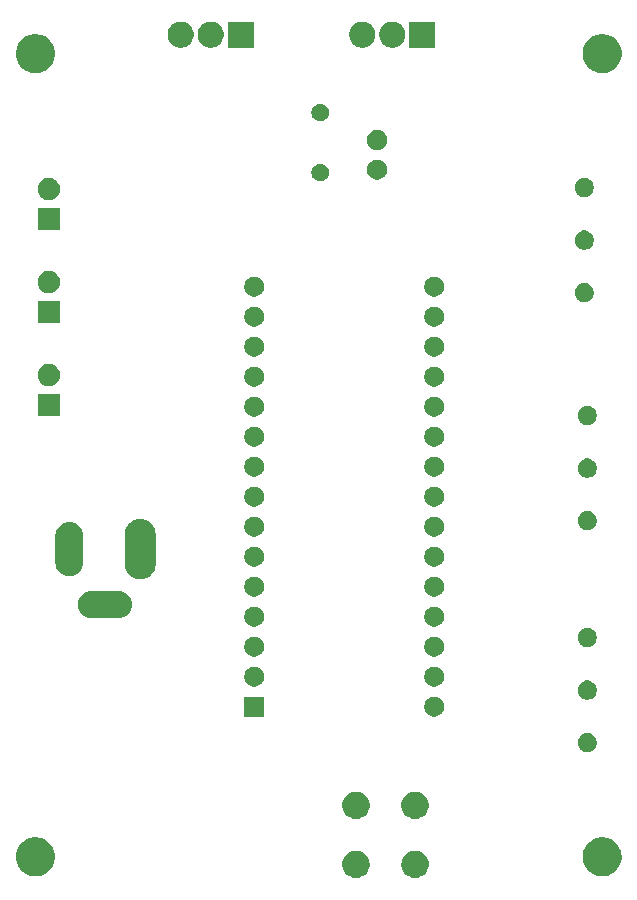
<source format=gbr>
G04 #@! TF.GenerationSoftware,KiCad,Pcbnew,(5.1.5)-3*
G04 #@! TF.CreationDate,2020-02-29T11:13:48-05:00*
G04 #@! TF.ProjectId,LED Control,4c454420-436f-46e7-9472-6f6c2e6b6963,rev?*
G04 #@! TF.SameCoordinates,Original*
G04 #@! TF.FileFunction,Soldermask,Bot*
G04 #@! TF.FilePolarity,Negative*
%FSLAX46Y46*%
G04 Gerber Fmt 4.6, Leading zero omitted, Abs format (unit mm)*
G04 Created by KiCad (PCBNEW (5.1.5)-3) date 2020-02-29 11:13:48*
%MOMM*%
%LPD*%
G04 APERTURE LIST*
%ADD10C,0.100000*%
G04 APERTURE END LIST*
D10*
G36*
X143377049Y-133514616D02*
G01*
X143488234Y-133536732D01*
X143697703Y-133623497D01*
X143886220Y-133749460D01*
X144046540Y-133909780D01*
X144172503Y-134098297D01*
X144172504Y-134098299D01*
X144259268Y-134307767D01*
X144293842Y-134481579D01*
X144303500Y-134530136D01*
X144303500Y-134756864D01*
X144259268Y-134979234D01*
X144172503Y-135188703D01*
X144046540Y-135377220D01*
X143886220Y-135537540D01*
X143697703Y-135663503D01*
X143488234Y-135750268D01*
X143377049Y-135772384D01*
X143265865Y-135794500D01*
X143039135Y-135794500D01*
X142927951Y-135772384D01*
X142816766Y-135750268D01*
X142607297Y-135663503D01*
X142418780Y-135537540D01*
X142258460Y-135377220D01*
X142132497Y-135188703D01*
X142045732Y-134979234D01*
X142001500Y-134756864D01*
X142001500Y-134530136D01*
X142011159Y-134481579D01*
X142045732Y-134307767D01*
X142132496Y-134098299D01*
X142132497Y-134098297D01*
X142258460Y-133909780D01*
X142418780Y-133749460D01*
X142607297Y-133623497D01*
X142816766Y-133536732D01*
X142927951Y-133514616D01*
X143039135Y-133492500D01*
X143265865Y-133492500D01*
X143377049Y-133514616D01*
G37*
G36*
X138377049Y-133514616D02*
G01*
X138488234Y-133536732D01*
X138697703Y-133623497D01*
X138886220Y-133749460D01*
X139046540Y-133909780D01*
X139172503Y-134098297D01*
X139172504Y-134098299D01*
X139259268Y-134307767D01*
X139293842Y-134481579D01*
X139303500Y-134530136D01*
X139303500Y-134756864D01*
X139259268Y-134979234D01*
X139172503Y-135188703D01*
X139046540Y-135377220D01*
X138886220Y-135537540D01*
X138697703Y-135663503D01*
X138488234Y-135750268D01*
X138377049Y-135772384D01*
X138265865Y-135794500D01*
X138039135Y-135794500D01*
X137927951Y-135772384D01*
X137816766Y-135750268D01*
X137607297Y-135663503D01*
X137418780Y-135537540D01*
X137258460Y-135377220D01*
X137132497Y-135188703D01*
X137045732Y-134979234D01*
X137001500Y-134756864D01*
X137001500Y-134530136D01*
X137011159Y-134481579D01*
X137045732Y-134307767D01*
X137132496Y-134098299D01*
X137132497Y-134098297D01*
X137258460Y-133909780D01*
X137418780Y-133749460D01*
X137607297Y-133623497D01*
X137816766Y-133536732D01*
X137927951Y-133514616D01*
X138039135Y-133492500D01*
X138265865Y-133492500D01*
X138377049Y-133514616D01*
G37*
G36*
X159375256Y-132391298D02*
G01*
X159481579Y-132412447D01*
X159782042Y-132536903D01*
X160052451Y-132717585D01*
X160282415Y-132947549D01*
X160282416Y-132947551D01*
X160463098Y-133217960D01*
X160587553Y-133518422D01*
X160633510Y-133749460D01*
X160651000Y-133837391D01*
X160651000Y-134162609D01*
X160587553Y-134481579D01*
X160463097Y-134782042D01*
X160282415Y-135052451D01*
X160052451Y-135282415D01*
X159782042Y-135463097D01*
X159481579Y-135587553D01*
X159375256Y-135608702D01*
X159162611Y-135651000D01*
X158837389Y-135651000D01*
X158624744Y-135608702D01*
X158518421Y-135587553D01*
X158217958Y-135463097D01*
X157947549Y-135282415D01*
X157717585Y-135052451D01*
X157536903Y-134782042D01*
X157412447Y-134481579D01*
X157349000Y-134162609D01*
X157349000Y-133837391D01*
X157366491Y-133749460D01*
X157412447Y-133518422D01*
X157536902Y-133217960D01*
X157717584Y-132947551D01*
X157717585Y-132947549D01*
X157947549Y-132717585D01*
X158217958Y-132536903D01*
X158518421Y-132412447D01*
X158624744Y-132391298D01*
X158837389Y-132349000D01*
X159162611Y-132349000D01*
X159375256Y-132391298D01*
G37*
G36*
X111375256Y-132391298D02*
G01*
X111481579Y-132412447D01*
X111782042Y-132536903D01*
X112052451Y-132717585D01*
X112282415Y-132947549D01*
X112282416Y-132947551D01*
X112463098Y-133217960D01*
X112587553Y-133518422D01*
X112633510Y-133749460D01*
X112651000Y-133837391D01*
X112651000Y-134162609D01*
X112587553Y-134481579D01*
X112463097Y-134782042D01*
X112282415Y-135052451D01*
X112052451Y-135282415D01*
X111782042Y-135463097D01*
X111481579Y-135587553D01*
X111375256Y-135608702D01*
X111162611Y-135651000D01*
X110837389Y-135651000D01*
X110624744Y-135608702D01*
X110518421Y-135587553D01*
X110217958Y-135463097D01*
X109947549Y-135282415D01*
X109717585Y-135052451D01*
X109536903Y-134782042D01*
X109412447Y-134481579D01*
X109349000Y-134162609D01*
X109349000Y-133837391D01*
X109366491Y-133749460D01*
X109412447Y-133518422D01*
X109536902Y-133217960D01*
X109717584Y-132947551D01*
X109717585Y-132947549D01*
X109947549Y-132717585D01*
X110217958Y-132536903D01*
X110518421Y-132412447D01*
X110624744Y-132391298D01*
X110837389Y-132349000D01*
X111162611Y-132349000D01*
X111375256Y-132391298D01*
G37*
G36*
X143377049Y-128514616D02*
G01*
X143488234Y-128536732D01*
X143697703Y-128623497D01*
X143886220Y-128749460D01*
X144046540Y-128909780D01*
X144172503Y-129098297D01*
X144259268Y-129307766D01*
X144303500Y-129530136D01*
X144303500Y-129756864D01*
X144259268Y-129979234D01*
X144172503Y-130188703D01*
X144046540Y-130377220D01*
X143886220Y-130537540D01*
X143697703Y-130663503D01*
X143488234Y-130750268D01*
X143377049Y-130772384D01*
X143265865Y-130794500D01*
X143039135Y-130794500D01*
X142927951Y-130772384D01*
X142816766Y-130750268D01*
X142607297Y-130663503D01*
X142418780Y-130537540D01*
X142258460Y-130377220D01*
X142132497Y-130188703D01*
X142045732Y-129979234D01*
X142001500Y-129756864D01*
X142001500Y-129530136D01*
X142045732Y-129307766D01*
X142132497Y-129098297D01*
X142258460Y-128909780D01*
X142418780Y-128749460D01*
X142607297Y-128623497D01*
X142816766Y-128536732D01*
X142927951Y-128514616D01*
X143039135Y-128492500D01*
X143265865Y-128492500D01*
X143377049Y-128514616D01*
G37*
G36*
X138377049Y-128514616D02*
G01*
X138488234Y-128536732D01*
X138697703Y-128623497D01*
X138886220Y-128749460D01*
X139046540Y-128909780D01*
X139172503Y-129098297D01*
X139259268Y-129307766D01*
X139303500Y-129530136D01*
X139303500Y-129756864D01*
X139259268Y-129979234D01*
X139172503Y-130188703D01*
X139046540Y-130377220D01*
X138886220Y-130537540D01*
X138697703Y-130663503D01*
X138488234Y-130750268D01*
X138377049Y-130772384D01*
X138265865Y-130794500D01*
X138039135Y-130794500D01*
X137927951Y-130772384D01*
X137816766Y-130750268D01*
X137607297Y-130663503D01*
X137418780Y-130537540D01*
X137258460Y-130377220D01*
X137132497Y-130188703D01*
X137045732Y-129979234D01*
X137001500Y-129756864D01*
X137001500Y-129530136D01*
X137045732Y-129307766D01*
X137132497Y-129098297D01*
X137258460Y-128909780D01*
X137418780Y-128749460D01*
X137607297Y-128623497D01*
X137816766Y-128536732D01*
X137927951Y-128514616D01*
X138039135Y-128492500D01*
X138265865Y-128492500D01*
X138377049Y-128514616D01*
G37*
G36*
X157971142Y-123556242D02*
G01*
X158119101Y-123617529D01*
X158252255Y-123706499D01*
X158365501Y-123819745D01*
X158454471Y-123952899D01*
X158515758Y-124100858D01*
X158547000Y-124257925D01*
X158547000Y-124418075D01*
X158515758Y-124575142D01*
X158454471Y-124723101D01*
X158365501Y-124856255D01*
X158252255Y-124969501D01*
X158119101Y-125058471D01*
X157971142Y-125119758D01*
X157814075Y-125151000D01*
X157653925Y-125151000D01*
X157496858Y-125119758D01*
X157348899Y-125058471D01*
X157215745Y-124969501D01*
X157102499Y-124856255D01*
X157013529Y-124723101D01*
X156952242Y-124575142D01*
X156921000Y-124418075D01*
X156921000Y-124257925D01*
X156952242Y-124100858D01*
X157013529Y-123952899D01*
X157102499Y-123819745D01*
X157215745Y-123706499D01*
X157348899Y-123617529D01*
X157496858Y-123556242D01*
X157653925Y-123525000D01*
X157814075Y-123525000D01*
X157971142Y-123556242D01*
G37*
G36*
X145028228Y-120466703D02*
G01*
X145183100Y-120530853D01*
X145322481Y-120623985D01*
X145441015Y-120742519D01*
X145534147Y-120881900D01*
X145598297Y-121036772D01*
X145631000Y-121201184D01*
X145631000Y-121368816D01*
X145598297Y-121533228D01*
X145534147Y-121688100D01*
X145441015Y-121827481D01*
X145322481Y-121946015D01*
X145183100Y-122039147D01*
X145028228Y-122103297D01*
X144863816Y-122136000D01*
X144696184Y-122136000D01*
X144531772Y-122103297D01*
X144376900Y-122039147D01*
X144237519Y-121946015D01*
X144118985Y-121827481D01*
X144025853Y-121688100D01*
X143961703Y-121533228D01*
X143929000Y-121368816D01*
X143929000Y-121201184D01*
X143961703Y-121036772D01*
X144025853Y-120881900D01*
X144118985Y-120742519D01*
X144237519Y-120623985D01*
X144376900Y-120530853D01*
X144531772Y-120466703D01*
X144696184Y-120434000D01*
X144863816Y-120434000D01*
X145028228Y-120466703D01*
G37*
G36*
X130391000Y-122136000D02*
G01*
X128689000Y-122136000D01*
X128689000Y-120434000D01*
X130391000Y-120434000D01*
X130391000Y-122136000D01*
G37*
G36*
X157971142Y-119106242D02*
G01*
X158119101Y-119167529D01*
X158252255Y-119256499D01*
X158365501Y-119369745D01*
X158454471Y-119502899D01*
X158515758Y-119650858D01*
X158547000Y-119807925D01*
X158547000Y-119968075D01*
X158515758Y-120125142D01*
X158454471Y-120273101D01*
X158365501Y-120406255D01*
X158252255Y-120519501D01*
X158119101Y-120608471D01*
X157971142Y-120669758D01*
X157814075Y-120701000D01*
X157653925Y-120701000D01*
X157496858Y-120669758D01*
X157348899Y-120608471D01*
X157215745Y-120519501D01*
X157102499Y-120406255D01*
X157013529Y-120273101D01*
X156952242Y-120125142D01*
X156921000Y-119968075D01*
X156921000Y-119807925D01*
X156952242Y-119650858D01*
X157013529Y-119502899D01*
X157102499Y-119369745D01*
X157215745Y-119256499D01*
X157348899Y-119167529D01*
X157496858Y-119106242D01*
X157653925Y-119075000D01*
X157814075Y-119075000D01*
X157971142Y-119106242D01*
G37*
G36*
X129788228Y-117926703D02*
G01*
X129943100Y-117990853D01*
X130082481Y-118083985D01*
X130201015Y-118202519D01*
X130294147Y-118341900D01*
X130358297Y-118496772D01*
X130391000Y-118661184D01*
X130391000Y-118828816D01*
X130358297Y-118993228D01*
X130294147Y-119148100D01*
X130201015Y-119287481D01*
X130082481Y-119406015D01*
X129943100Y-119499147D01*
X129788228Y-119563297D01*
X129623816Y-119596000D01*
X129456184Y-119596000D01*
X129291772Y-119563297D01*
X129136900Y-119499147D01*
X128997519Y-119406015D01*
X128878985Y-119287481D01*
X128785853Y-119148100D01*
X128721703Y-118993228D01*
X128689000Y-118828816D01*
X128689000Y-118661184D01*
X128721703Y-118496772D01*
X128785853Y-118341900D01*
X128878985Y-118202519D01*
X128997519Y-118083985D01*
X129136900Y-117990853D01*
X129291772Y-117926703D01*
X129456184Y-117894000D01*
X129623816Y-117894000D01*
X129788228Y-117926703D01*
G37*
G36*
X145028228Y-117926703D02*
G01*
X145183100Y-117990853D01*
X145322481Y-118083985D01*
X145441015Y-118202519D01*
X145534147Y-118341900D01*
X145598297Y-118496772D01*
X145631000Y-118661184D01*
X145631000Y-118828816D01*
X145598297Y-118993228D01*
X145534147Y-119148100D01*
X145441015Y-119287481D01*
X145322481Y-119406015D01*
X145183100Y-119499147D01*
X145028228Y-119563297D01*
X144863816Y-119596000D01*
X144696184Y-119596000D01*
X144531772Y-119563297D01*
X144376900Y-119499147D01*
X144237519Y-119406015D01*
X144118985Y-119287481D01*
X144025853Y-119148100D01*
X143961703Y-118993228D01*
X143929000Y-118828816D01*
X143929000Y-118661184D01*
X143961703Y-118496772D01*
X144025853Y-118341900D01*
X144118985Y-118202519D01*
X144237519Y-118083985D01*
X144376900Y-117990853D01*
X144531772Y-117926703D01*
X144696184Y-117894000D01*
X144863816Y-117894000D01*
X145028228Y-117926703D01*
G37*
G36*
X145028228Y-115386703D02*
G01*
X145183100Y-115450853D01*
X145322481Y-115543985D01*
X145441015Y-115662519D01*
X145534147Y-115801900D01*
X145598297Y-115956772D01*
X145631000Y-116121184D01*
X145631000Y-116288816D01*
X145598297Y-116453228D01*
X145534147Y-116608100D01*
X145441015Y-116747481D01*
X145322481Y-116866015D01*
X145183100Y-116959147D01*
X145028228Y-117023297D01*
X144863816Y-117056000D01*
X144696184Y-117056000D01*
X144531772Y-117023297D01*
X144376900Y-116959147D01*
X144237519Y-116866015D01*
X144118985Y-116747481D01*
X144025853Y-116608100D01*
X143961703Y-116453228D01*
X143929000Y-116288816D01*
X143929000Y-116121184D01*
X143961703Y-115956772D01*
X144025853Y-115801900D01*
X144118985Y-115662519D01*
X144237519Y-115543985D01*
X144376900Y-115450853D01*
X144531772Y-115386703D01*
X144696184Y-115354000D01*
X144863816Y-115354000D01*
X145028228Y-115386703D01*
G37*
G36*
X129788228Y-115386703D02*
G01*
X129943100Y-115450853D01*
X130082481Y-115543985D01*
X130201015Y-115662519D01*
X130294147Y-115801900D01*
X130358297Y-115956772D01*
X130391000Y-116121184D01*
X130391000Y-116288816D01*
X130358297Y-116453228D01*
X130294147Y-116608100D01*
X130201015Y-116747481D01*
X130082481Y-116866015D01*
X129943100Y-116959147D01*
X129788228Y-117023297D01*
X129623816Y-117056000D01*
X129456184Y-117056000D01*
X129291772Y-117023297D01*
X129136900Y-116959147D01*
X128997519Y-116866015D01*
X128878985Y-116747481D01*
X128785853Y-116608100D01*
X128721703Y-116453228D01*
X128689000Y-116288816D01*
X128689000Y-116121184D01*
X128721703Y-115956772D01*
X128785853Y-115801900D01*
X128878985Y-115662519D01*
X128997519Y-115543985D01*
X129136900Y-115450853D01*
X129291772Y-115386703D01*
X129456184Y-115354000D01*
X129623816Y-115354000D01*
X129788228Y-115386703D01*
G37*
G36*
X157971142Y-114656242D02*
G01*
X158119101Y-114717529D01*
X158252255Y-114806499D01*
X158365501Y-114919745D01*
X158454471Y-115052899D01*
X158515758Y-115200858D01*
X158547000Y-115357925D01*
X158547000Y-115518075D01*
X158515758Y-115675142D01*
X158454471Y-115823101D01*
X158365501Y-115956255D01*
X158252255Y-116069501D01*
X158119101Y-116158471D01*
X157971142Y-116219758D01*
X157814075Y-116251000D01*
X157653925Y-116251000D01*
X157496858Y-116219758D01*
X157348899Y-116158471D01*
X157215745Y-116069501D01*
X157102499Y-115956255D01*
X157013529Y-115823101D01*
X156952242Y-115675142D01*
X156921000Y-115518075D01*
X156921000Y-115357925D01*
X156952242Y-115200858D01*
X157013529Y-115052899D01*
X157102499Y-114919745D01*
X157215745Y-114806499D01*
X157348899Y-114717529D01*
X157496858Y-114656242D01*
X157653925Y-114625000D01*
X157814075Y-114625000D01*
X157971142Y-114656242D01*
G37*
G36*
X145028228Y-112846703D02*
G01*
X145183100Y-112910853D01*
X145322481Y-113003985D01*
X145441015Y-113122519D01*
X145534147Y-113261900D01*
X145598297Y-113416772D01*
X145631000Y-113581184D01*
X145631000Y-113748816D01*
X145598297Y-113913228D01*
X145534147Y-114068100D01*
X145441015Y-114207481D01*
X145322481Y-114326015D01*
X145183100Y-114419147D01*
X145028228Y-114483297D01*
X144863816Y-114516000D01*
X144696184Y-114516000D01*
X144531772Y-114483297D01*
X144376900Y-114419147D01*
X144237519Y-114326015D01*
X144118985Y-114207481D01*
X144025853Y-114068100D01*
X143961703Y-113913228D01*
X143929000Y-113748816D01*
X143929000Y-113581184D01*
X143961703Y-113416772D01*
X144025853Y-113261900D01*
X144118985Y-113122519D01*
X144237519Y-113003985D01*
X144376900Y-112910853D01*
X144531772Y-112846703D01*
X144696184Y-112814000D01*
X144863816Y-112814000D01*
X145028228Y-112846703D01*
G37*
G36*
X129788228Y-112846703D02*
G01*
X129943100Y-112910853D01*
X130082481Y-113003985D01*
X130201015Y-113122519D01*
X130294147Y-113261900D01*
X130358297Y-113416772D01*
X130391000Y-113581184D01*
X130391000Y-113748816D01*
X130358297Y-113913228D01*
X130294147Y-114068100D01*
X130201015Y-114207481D01*
X130082481Y-114326015D01*
X129943100Y-114419147D01*
X129788228Y-114483297D01*
X129623816Y-114516000D01*
X129456184Y-114516000D01*
X129291772Y-114483297D01*
X129136900Y-114419147D01*
X128997519Y-114326015D01*
X128878985Y-114207481D01*
X128785853Y-114068100D01*
X128721703Y-113913228D01*
X128689000Y-113748816D01*
X128689000Y-113581184D01*
X128721703Y-113416772D01*
X128785853Y-113261900D01*
X128878985Y-113122519D01*
X128997519Y-113003985D01*
X129136900Y-112910853D01*
X129291772Y-112846703D01*
X129456184Y-112814000D01*
X129623816Y-112814000D01*
X129788228Y-112846703D01*
G37*
G36*
X118243536Y-111491016D02*
G01*
X118465213Y-111558261D01*
X118669512Y-111667461D01*
X118848581Y-111814419D01*
X118995539Y-111993488D01*
X119104739Y-112197787D01*
X119171984Y-112419464D01*
X119194690Y-112650000D01*
X119171984Y-112880536D01*
X119104739Y-113102213D01*
X118995539Y-113306512D01*
X118848581Y-113485581D01*
X118669512Y-113632539D01*
X118465213Y-113741739D01*
X118243536Y-113808984D01*
X118070771Y-113826000D01*
X115705229Y-113826000D01*
X115532464Y-113808984D01*
X115310787Y-113741739D01*
X115106488Y-113632539D01*
X114927419Y-113485581D01*
X114780461Y-113306512D01*
X114671261Y-113102213D01*
X114604016Y-112880536D01*
X114581310Y-112650000D01*
X114604016Y-112419464D01*
X114671261Y-112197787D01*
X114780461Y-111993488D01*
X114927419Y-111814419D01*
X115106488Y-111667461D01*
X115310787Y-111558261D01*
X115532464Y-111491016D01*
X115705229Y-111474000D01*
X118070771Y-111474000D01*
X118243536Y-111491016D01*
G37*
G36*
X145028228Y-110306703D02*
G01*
X145183100Y-110370853D01*
X145322481Y-110463985D01*
X145441015Y-110582519D01*
X145534147Y-110721900D01*
X145598297Y-110876772D01*
X145631000Y-111041184D01*
X145631000Y-111208816D01*
X145598297Y-111373228D01*
X145534147Y-111528100D01*
X145441015Y-111667481D01*
X145322481Y-111786015D01*
X145183100Y-111879147D01*
X145028228Y-111943297D01*
X144863816Y-111976000D01*
X144696184Y-111976000D01*
X144531772Y-111943297D01*
X144376900Y-111879147D01*
X144237519Y-111786015D01*
X144118985Y-111667481D01*
X144025853Y-111528100D01*
X143961703Y-111373228D01*
X143929000Y-111208816D01*
X143929000Y-111041184D01*
X143961703Y-110876772D01*
X144025853Y-110721900D01*
X144118985Y-110582519D01*
X144237519Y-110463985D01*
X144376900Y-110370853D01*
X144531772Y-110306703D01*
X144696184Y-110274000D01*
X144863816Y-110274000D01*
X145028228Y-110306703D01*
G37*
G36*
X129788228Y-110306703D02*
G01*
X129943100Y-110370853D01*
X130082481Y-110463985D01*
X130201015Y-110582519D01*
X130294147Y-110721900D01*
X130358297Y-110876772D01*
X130391000Y-111041184D01*
X130391000Y-111208816D01*
X130358297Y-111373228D01*
X130294147Y-111528100D01*
X130201015Y-111667481D01*
X130082481Y-111786015D01*
X129943100Y-111879147D01*
X129788228Y-111943297D01*
X129623816Y-111976000D01*
X129456184Y-111976000D01*
X129291772Y-111943297D01*
X129136900Y-111879147D01*
X128997519Y-111786015D01*
X128878985Y-111667481D01*
X128785853Y-111528100D01*
X128721703Y-111373228D01*
X128689000Y-111208816D01*
X128689000Y-111041184D01*
X128721703Y-110876772D01*
X128785853Y-110721900D01*
X128878985Y-110582519D01*
X128997519Y-110463985D01*
X129136900Y-110370853D01*
X129291772Y-110306703D01*
X129456184Y-110274000D01*
X129623816Y-110274000D01*
X129788228Y-110306703D01*
G37*
G36*
X120143040Y-105417825D02*
G01*
X120388280Y-105492218D01*
X120614294Y-105613025D01*
X120625320Y-105622074D01*
X120812397Y-105775603D01*
X120932624Y-105922101D01*
X120974975Y-105973706D01*
X120974976Y-105973708D01*
X121057883Y-106128815D01*
X121095782Y-106199720D01*
X121170175Y-106444960D01*
X121189000Y-106636095D01*
X121189000Y-109263905D01*
X121170175Y-109455040D01*
X121095782Y-109700280D01*
X120974975Y-109926294D01*
X120812396Y-110124396D01*
X120614293Y-110286975D01*
X120388279Y-110407782D01*
X120143039Y-110482175D01*
X119888000Y-110507294D01*
X119632960Y-110482175D01*
X119387720Y-110407782D01*
X119387718Y-110407781D01*
X119161707Y-110286976D01*
X118963604Y-110124396D01*
X118801026Y-109926294D01*
X118801025Y-109926293D01*
X118680218Y-109700279D01*
X118605825Y-109455039D01*
X118587000Y-109263904D01*
X118587001Y-106636095D01*
X118605826Y-106444960D01*
X118680219Y-106199720D01*
X118718119Y-106128815D01*
X118801025Y-105973708D01*
X118801026Y-105973706D01*
X118843377Y-105922101D01*
X118963604Y-105775603D01*
X119150681Y-105622074D01*
X119161707Y-105613025D01*
X119387721Y-105492218D01*
X119632961Y-105417825D01*
X119888000Y-105392706D01*
X120143040Y-105417825D01*
G37*
G36*
X114118536Y-105666016D02*
G01*
X114340213Y-105733261D01*
X114544512Y-105842461D01*
X114723581Y-105989419D01*
X114870539Y-106168488D01*
X114979739Y-106372787D01*
X115046984Y-106594464D01*
X115064000Y-106767229D01*
X115064000Y-109132771D01*
X115046984Y-109305536D01*
X114979739Y-109527213D01*
X114870539Y-109731512D01*
X114723581Y-109910581D01*
X114544511Y-110057539D01*
X114340212Y-110166739D01*
X114118535Y-110233984D01*
X113888000Y-110256690D01*
X113657464Y-110233984D01*
X113435787Y-110166739D01*
X113231488Y-110057539D01*
X113052419Y-109910581D01*
X112905461Y-109731511D01*
X112796261Y-109527212D01*
X112729016Y-109305535D01*
X112712000Y-109132770D01*
X112712001Y-106767229D01*
X112729017Y-106594464D01*
X112796262Y-106372787D01*
X112905462Y-106168488D01*
X113052420Y-105989419D01*
X113231489Y-105842461D01*
X113435788Y-105733261D01*
X113657465Y-105666016D01*
X113888000Y-105643310D01*
X114118536Y-105666016D01*
G37*
G36*
X145028228Y-107766703D02*
G01*
X145183100Y-107830853D01*
X145322481Y-107923985D01*
X145441015Y-108042519D01*
X145534147Y-108181900D01*
X145598297Y-108336772D01*
X145631000Y-108501184D01*
X145631000Y-108668816D01*
X145598297Y-108833228D01*
X145534147Y-108988100D01*
X145441015Y-109127481D01*
X145322481Y-109246015D01*
X145183100Y-109339147D01*
X145028228Y-109403297D01*
X144863816Y-109436000D01*
X144696184Y-109436000D01*
X144531772Y-109403297D01*
X144376900Y-109339147D01*
X144237519Y-109246015D01*
X144118985Y-109127481D01*
X144025853Y-108988100D01*
X143961703Y-108833228D01*
X143929000Y-108668816D01*
X143929000Y-108501184D01*
X143961703Y-108336772D01*
X144025853Y-108181900D01*
X144118985Y-108042519D01*
X144237519Y-107923985D01*
X144376900Y-107830853D01*
X144531772Y-107766703D01*
X144696184Y-107734000D01*
X144863816Y-107734000D01*
X145028228Y-107766703D01*
G37*
G36*
X129788228Y-107766703D02*
G01*
X129943100Y-107830853D01*
X130082481Y-107923985D01*
X130201015Y-108042519D01*
X130294147Y-108181900D01*
X130358297Y-108336772D01*
X130391000Y-108501184D01*
X130391000Y-108668816D01*
X130358297Y-108833228D01*
X130294147Y-108988100D01*
X130201015Y-109127481D01*
X130082481Y-109246015D01*
X129943100Y-109339147D01*
X129788228Y-109403297D01*
X129623816Y-109436000D01*
X129456184Y-109436000D01*
X129291772Y-109403297D01*
X129136900Y-109339147D01*
X128997519Y-109246015D01*
X128878985Y-109127481D01*
X128785853Y-108988100D01*
X128721703Y-108833228D01*
X128689000Y-108668816D01*
X128689000Y-108501184D01*
X128721703Y-108336772D01*
X128785853Y-108181900D01*
X128878985Y-108042519D01*
X128997519Y-107923985D01*
X129136900Y-107830853D01*
X129291772Y-107766703D01*
X129456184Y-107734000D01*
X129623816Y-107734000D01*
X129788228Y-107766703D01*
G37*
G36*
X129788228Y-105226703D02*
G01*
X129943100Y-105290853D01*
X130082481Y-105383985D01*
X130201015Y-105502519D01*
X130294147Y-105641900D01*
X130358297Y-105796772D01*
X130391000Y-105961184D01*
X130391000Y-106128816D01*
X130358297Y-106293228D01*
X130294147Y-106448100D01*
X130201015Y-106587481D01*
X130082481Y-106706015D01*
X129943100Y-106799147D01*
X129788228Y-106863297D01*
X129623816Y-106896000D01*
X129456184Y-106896000D01*
X129291772Y-106863297D01*
X129136900Y-106799147D01*
X128997519Y-106706015D01*
X128878985Y-106587481D01*
X128785853Y-106448100D01*
X128721703Y-106293228D01*
X128689000Y-106128816D01*
X128689000Y-105961184D01*
X128721703Y-105796772D01*
X128785853Y-105641900D01*
X128878985Y-105502519D01*
X128997519Y-105383985D01*
X129136900Y-105290853D01*
X129291772Y-105226703D01*
X129456184Y-105194000D01*
X129623816Y-105194000D01*
X129788228Y-105226703D01*
G37*
G36*
X145028228Y-105226703D02*
G01*
X145183100Y-105290853D01*
X145322481Y-105383985D01*
X145441015Y-105502519D01*
X145534147Y-105641900D01*
X145598297Y-105796772D01*
X145631000Y-105961184D01*
X145631000Y-106128816D01*
X145598297Y-106293228D01*
X145534147Y-106448100D01*
X145441015Y-106587481D01*
X145322481Y-106706015D01*
X145183100Y-106799147D01*
X145028228Y-106863297D01*
X144863816Y-106896000D01*
X144696184Y-106896000D01*
X144531772Y-106863297D01*
X144376900Y-106799147D01*
X144237519Y-106706015D01*
X144118985Y-106587481D01*
X144025853Y-106448100D01*
X143961703Y-106293228D01*
X143929000Y-106128816D01*
X143929000Y-105961184D01*
X143961703Y-105796772D01*
X144025853Y-105641900D01*
X144118985Y-105502519D01*
X144237519Y-105383985D01*
X144376900Y-105290853D01*
X144531772Y-105226703D01*
X144696184Y-105194000D01*
X144863816Y-105194000D01*
X145028228Y-105226703D01*
G37*
G36*
X157971142Y-104760242D02*
G01*
X158119101Y-104821529D01*
X158252255Y-104910499D01*
X158365501Y-105023745D01*
X158454471Y-105156899D01*
X158515758Y-105304858D01*
X158547000Y-105461925D01*
X158547000Y-105622075D01*
X158515758Y-105779142D01*
X158454471Y-105927101D01*
X158365501Y-106060255D01*
X158252255Y-106173501D01*
X158119101Y-106262471D01*
X157971142Y-106323758D01*
X157814075Y-106355000D01*
X157653925Y-106355000D01*
X157496858Y-106323758D01*
X157348899Y-106262471D01*
X157215745Y-106173501D01*
X157102499Y-106060255D01*
X157013529Y-105927101D01*
X156952242Y-105779142D01*
X156921000Y-105622075D01*
X156921000Y-105461925D01*
X156952242Y-105304858D01*
X157013529Y-105156899D01*
X157102499Y-105023745D01*
X157215745Y-104910499D01*
X157348899Y-104821529D01*
X157496858Y-104760242D01*
X157653925Y-104729000D01*
X157814075Y-104729000D01*
X157971142Y-104760242D01*
G37*
G36*
X145028228Y-102686703D02*
G01*
X145183100Y-102750853D01*
X145322481Y-102843985D01*
X145441015Y-102962519D01*
X145534147Y-103101900D01*
X145598297Y-103256772D01*
X145631000Y-103421184D01*
X145631000Y-103588816D01*
X145598297Y-103753228D01*
X145534147Y-103908100D01*
X145441015Y-104047481D01*
X145322481Y-104166015D01*
X145183100Y-104259147D01*
X145028228Y-104323297D01*
X144863816Y-104356000D01*
X144696184Y-104356000D01*
X144531772Y-104323297D01*
X144376900Y-104259147D01*
X144237519Y-104166015D01*
X144118985Y-104047481D01*
X144025853Y-103908100D01*
X143961703Y-103753228D01*
X143929000Y-103588816D01*
X143929000Y-103421184D01*
X143961703Y-103256772D01*
X144025853Y-103101900D01*
X144118985Y-102962519D01*
X144237519Y-102843985D01*
X144376900Y-102750853D01*
X144531772Y-102686703D01*
X144696184Y-102654000D01*
X144863816Y-102654000D01*
X145028228Y-102686703D01*
G37*
G36*
X129788228Y-102686703D02*
G01*
X129943100Y-102750853D01*
X130082481Y-102843985D01*
X130201015Y-102962519D01*
X130294147Y-103101900D01*
X130358297Y-103256772D01*
X130391000Y-103421184D01*
X130391000Y-103588816D01*
X130358297Y-103753228D01*
X130294147Y-103908100D01*
X130201015Y-104047481D01*
X130082481Y-104166015D01*
X129943100Y-104259147D01*
X129788228Y-104323297D01*
X129623816Y-104356000D01*
X129456184Y-104356000D01*
X129291772Y-104323297D01*
X129136900Y-104259147D01*
X128997519Y-104166015D01*
X128878985Y-104047481D01*
X128785853Y-103908100D01*
X128721703Y-103753228D01*
X128689000Y-103588816D01*
X128689000Y-103421184D01*
X128721703Y-103256772D01*
X128785853Y-103101900D01*
X128878985Y-102962519D01*
X128997519Y-102843985D01*
X129136900Y-102750853D01*
X129291772Y-102686703D01*
X129456184Y-102654000D01*
X129623816Y-102654000D01*
X129788228Y-102686703D01*
G37*
G36*
X157971142Y-100310242D02*
G01*
X158119101Y-100371529D01*
X158252255Y-100460499D01*
X158365501Y-100573745D01*
X158454471Y-100706899D01*
X158515758Y-100854858D01*
X158547000Y-101011925D01*
X158547000Y-101172075D01*
X158515758Y-101329142D01*
X158454471Y-101477101D01*
X158365501Y-101610255D01*
X158252255Y-101723501D01*
X158119101Y-101812471D01*
X157971142Y-101873758D01*
X157814075Y-101905000D01*
X157653925Y-101905000D01*
X157496858Y-101873758D01*
X157348899Y-101812471D01*
X157215745Y-101723501D01*
X157102499Y-101610255D01*
X157013529Y-101477101D01*
X156952242Y-101329142D01*
X156921000Y-101172075D01*
X156921000Y-101011925D01*
X156952242Y-100854858D01*
X157013529Y-100706899D01*
X157102499Y-100573745D01*
X157215745Y-100460499D01*
X157348899Y-100371529D01*
X157496858Y-100310242D01*
X157653925Y-100279000D01*
X157814075Y-100279000D01*
X157971142Y-100310242D01*
G37*
G36*
X129788228Y-100146703D02*
G01*
X129943100Y-100210853D01*
X130082481Y-100303985D01*
X130201015Y-100422519D01*
X130294147Y-100561900D01*
X130358297Y-100716772D01*
X130391000Y-100881184D01*
X130391000Y-101048816D01*
X130358297Y-101213228D01*
X130294147Y-101368100D01*
X130201015Y-101507481D01*
X130082481Y-101626015D01*
X129943100Y-101719147D01*
X129788228Y-101783297D01*
X129623816Y-101816000D01*
X129456184Y-101816000D01*
X129291772Y-101783297D01*
X129136900Y-101719147D01*
X128997519Y-101626015D01*
X128878985Y-101507481D01*
X128785853Y-101368100D01*
X128721703Y-101213228D01*
X128689000Y-101048816D01*
X128689000Y-100881184D01*
X128721703Y-100716772D01*
X128785853Y-100561900D01*
X128878985Y-100422519D01*
X128997519Y-100303985D01*
X129136900Y-100210853D01*
X129291772Y-100146703D01*
X129456184Y-100114000D01*
X129623816Y-100114000D01*
X129788228Y-100146703D01*
G37*
G36*
X145028228Y-100146703D02*
G01*
X145183100Y-100210853D01*
X145322481Y-100303985D01*
X145441015Y-100422519D01*
X145534147Y-100561900D01*
X145598297Y-100716772D01*
X145631000Y-100881184D01*
X145631000Y-101048816D01*
X145598297Y-101213228D01*
X145534147Y-101368100D01*
X145441015Y-101507481D01*
X145322481Y-101626015D01*
X145183100Y-101719147D01*
X145028228Y-101783297D01*
X144863816Y-101816000D01*
X144696184Y-101816000D01*
X144531772Y-101783297D01*
X144376900Y-101719147D01*
X144237519Y-101626015D01*
X144118985Y-101507481D01*
X144025853Y-101368100D01*
X143961703Y-101213228D01*
X143929000Y-101048816D01*
X143929000Y-100881184D01*
X143961703Y-100716772D01*
X144025853Y-100561900D01*
X144118985Y-100422519D01*
X144237519Y-100303985D01*
X144376900Y-100210853D01*
X144531772Y-100146703D01*
X144696184Y-100114000D01*
X144863816Y-100114000D01*
X145028228Y-100146703D01*
G37*
G36*
X145028228Y-97606703D02*
G01*
X145183100Y-97670853D01*
X145322481Y-97763985D01*
X145441015Y-97882519D01*
X145534147Y-98021900D01*
X145598297Y-98176772D01*
X145631000Y-98341184D01*
X145631000Y-98508816D01*
X145598297Y-98673228D01*
X145534147Y-98828100D01*
X145441015Y-98967481D01*
X145322481Y-99086015D01*
X145183100Y-99179147D01*
X145028228Y-99243297D01*
X144863816Y-99276000D01*
X144696184Y-99276000D01*
X144531772Y-99243297D01*
X144376900Y-99179147D01*
X144237519Y-99086015D01*
X144118985Y-98967481D01*
X144025853Y-98828100D01*
X143961703Y-98673228D01*
X143929000Y-98508816D01*
X143929000Y-98341184D01*
X143961703Y-98176772D01*
X144025853Y-98021900D01*
X144118985Y-97882519D01*
X144237519Y-97763985D01*
X144376900Y-97670853D01*
X144531772Y-97606703D01*
X144696184Y-97574000D01*
X144863816Y-97574000D01*
X145028228Y-97606703D01*
G37*
G36*
X129788228Y-97606703D02*
G01*
X129943100Y-97670853D01*
X130082481Y-97763985D01*
X130201015Y-97882519D01*
X130294147Y-98021900D01*
X130358297Y-98176772D01*
X130391000Y-98341184D01*
X130391000Y-98508816D01*
X130358297Y-98673228D01*
X130294147Y-98828100D01*
X130201015Y-98967481D01*
X130082481Y-99086015D01*
X129943100Y-99179147D01*
X129788228Y-99243297D01*
X129623816Y-99276000D01*
X129456184Y-99276000D01*
X129291772Y-99243297D01*
X129136900Y-99179147D01*
X128997519Y-99086015D01*
X128878985Y-98967481D01*
X128785853Y-98828100D01*
X128721703Y-98673228D01*
X128689000Y-98508816D01*
X128689000Y-98341184D01*
X128721703Y-98176772D01*
X128785853Y-98021900D01*
X128878985Y-97882519D01*
X128997519Y-97763985D01*
X129136900Y-97670853D01*
X129291772Y-97606703D01*
X129456184Y-97574000D01*
X129623816Y-97574000D01*
X129788228Y-97606703D01*
G37*
G36*
X157971142Y-95860242D02*
G01*
X158119101Y-95921529D01*
X158252255Y-96010499D01*
X158365501Y-96123745D01*
X158454471Y-96256899D01*
X158515758Y-96404858D01*
X158547000Y-96561925D01*
X158547000Y-96722075D01*
X158515758Y-96879142D01*
X158454471Y-97027101D01*
X158365501Y-97160255D01*
X158252255Y-97273501D01*
X158119101Y-97362471D01*
X157971142Y-97423758D01*
X157814075Y-97455000D01*
X157653925Y-97455000D01*
X157496858Y-97423758D01*
X157348899Y-97362471D01*
X157215745Y-97273501D01*
X157102499Y-97160255D01*
X157013529Y-97027101D01*
X156952242Y-96879142D01*
X156921000Y-96722075D01*
X156921000Y-96561925D01*
X156952242Y-96404858D01*
X157013529Y-96256899D01*
X157102499Y-96123745D01*
X157215745Y-96010499D01*
X157348899Y-95921529D01*
X157496858Y-95860242D01*
X157653925Y-95829000D01*
X157814075Y-95829000D01*
X157971142Y-95860242D01*
G37*
G36*
X145028228Y-95066703D02*
G01*
X145183100Y-95130853D01*
X145322481Y-95223985D01*
X145441015Y-95342519D01*
X145534147Y-95481900D01*
X145598297Y-95636772D01*
X145631000Y-95801184D01*
X145631000Y-95968816D01*
X145598297Y-96133228D01*
X145534147Y-96288100D01*
X145441015Y-96427481D01*
X145322481Y-96546015D01*
X145183100Y-96639147D01*
X145028228Y-96703297D01*
X144863816Y-96736000D01*
X144696184Y-96736000D01*
X144531772Y-96703297D01*
X144376900Y-96639147D01*
X144237519Y-96546015D01*
X144118985Y-96427481D01*
X144025853Y-96288100D01*
X143961703Y-96133228D01*
X143929000Y-95968816D01*
X143929000Y-95801184D01*
X143961703Y-95636772D01*
X144025853Y-95481900D01*
X144118985Y-95342519D01*
X144237519Y-95223985D01*
X144376900Y-95130853D01*
X144531772Y-95066703D01*
X144696184Y-95034000D01*
X144863816Y-95034000D01*
X145028228Y-95066703D01*
G37*
G36*
X129788228Y-95066703D02*
G01*
X129943100Y-95130853D01*
X130082481Y-95223985D01*
X130201015Y-95342519D01*
X130294147Y-95481900D01*
X130358297Y-95636772D01*
X130391000Y-95801184D01*
X130391000Y-95968816D01*
X130358297Y-96133228D01*
X130294147Y-96288100D01*
X130201015Y-96427481D01*
X130082481Y-96546015D01*
X129943100Y-96639147D01*
X129788228Y-96703297D01*
X129623816Y-96736000D01*
X129456184Y-96736000D01*
X129291772Y-96703297D01*
X129136900Y-96639147D01*
X128997519Y-96546015D01*
X128878985Y-96427481D01*
X128785853Y-96288100D01*
X128721703Y-96133228D01*
X128689000Y-95968816D01*
X128689000Y-95801184D01*
X128721703Y-95636772D01*
X128785853Y-95481900D01*
X128878985Y-95342519D01*
X128997519Y-95223985D01*
X129136900Y-95130853D01*
X129291772Y-95066703D01*
X129456184Y-95034000D01*
X129623816Y-95034000D01*
X129788228Y-95066703D01*
G37*
G36*
X113092000Y-96709000D02*
G01*
X111190000Y-96709000D01*
X111190000Y-94807000D01*
X113092000Y-94807000D01*
X113092000Y-96709000D01*
G37*
G36*
X145028228Y-92526703D02*
G01*
X145183100Y-92590853D01*
X145322481Y-92683985D01*
X145441015Y-92802519D01*
X145534147Y-92941900D01*
X145598297Y-93096772D01*
X145631000Y-93261184D01*
X145631000Y-93428816D01*
X145598297Y-93593228D01*
X145534147Y-93748100D01*
X145441015Y-93887481D01*
X145322481Y-94006015D01*
X145183100Y-94099147D01*
X145028228Y-94163297D01*
X144863816Y-94196000D01*
X144696184Y-94196000D01*
X144531772Y-94163297D01*
X144376900Y-94099147D01*
X144237519Y-94006015D01*
X144118985Y-93887481D01*
X144025853Y-93748100D01*
X143961703Y-93593228D01*
X143929000Y-93428816D01*
X143929000Y-93261184D01*
X143961703Y-93096772D01*
X144025853Y-92941900D01*
X144118985Y-92802519D01*
X144237519Y-92683985D01*
X144376900Y-92590853D01*
X144531772Y-92526703D01*
X144696184Y-92494000D01*
X144863816Y-92494000D01*
X145028228Y-92526703D01*
G37*
G36*
X129788228Y-92526703D02*
G01*
X129943100Y-92590853D01*
X130082481Y-92683985D01*
X130201015Y-92802519D01*
X130294147Y-92941900D01*
X130358297Y-93096772D01*
X130391000Y-93261184D01*
X130391000Y-93428816D01*
X130358297Y-93593228D01*
X130294147Y-93748100D01*
X130201015Y-93887481D01*
X130082481Y-94006015D01*
X129943100Y-94099147D01*
X129788228Y-94163297D01*
X129623816Y-94196000D01*
X129456184Y-94196000D01*
X129291772Y-94163297D01*
X129136900Y-94099147D01*
X128997519Y-94006015D01*
X128878985Y-93887481D01*
X128785853Y-93748100D01*
X128721703Y-93593228D01*
X128689000Y-93428816D01*
X128689000Y-93261184D01*
X128721703Y-93096772D01*
X128785853Y-92941900D01*
X128878985Y-92802519D01*
X128997519Y-92683985D01*
X129136900Y-92590853D01*
X129291772Y-92526703D01*
X129456184Y-92494000D01*
X129623816Y-92494000D01*
X129788228Y-92526703D01*
G37*
G36*
X112418395Y-92303546D02*
G01*
X112591466Y-92375234D01*
X112591467Y-92375235D01*
X112747227Y-92479310D01*
X112879690Y-92611773D01*
X112879691Y-92611775D01*
X112983766Y-92767534D01*
X113055454Y-92940605D01*
X113092000Y-93124333D01*
X113092000Y-93311667D01*
X113055454Y-93495395D01*
X112983766Y-93668466D01*
X112983765Y-93668467D01*
X112879690Y-93824227D01*
X112747227Y-93956690D01*
X112673407Y-94006015D01*
X112591466Y-94060766D01*
X112418395Y-94132454D01*
X112234667Y-94169000D01*
X112047333Y-94169000D01*
X111863605Y-94132454D01*
X111690534Y-94060766D01*
X111608593Y-94006015D01*
X111534773Y-93956690D01*
X111402310Y-93824227D01*
X111298235Y-93668467D01*
X111298234Y-93668466D01*
X111226546Y-93495395D01*
X111190000Y-93311667D01*
X111190000Y-93124333D01*
X111226546Y-92940605D01*
X111298234Y-92767534D01*
X111402309Y-92611775D01*
X111402310Y-92611773D01*
X111534773Y-92479310D01*
X111690533Y-92375235D01*
X111690534Y-92375234D01*
X111863605Y-92303546D01*
X112047333Y-92267000D01*
X112234667Y-92267000D01*
X112418395Y-92303546D01*
G37*
G36*
X129788228Y-89986703D02*
G01*
X129943100Y-90050853D01*
X130082481Y-90143985D01*
X130201015Y-90262519D01*
X130294147Y-90401900D01*
X130358297Y-90556772D01*
X130391000Y-90721184D01*
X130391000Y-90888816D01*
X130358297Y-91053228D01*
X130294147Y-91208100D01*
X130201015Y-91347481D01*
X130082481Y-91466015D01*
X129943100Y-91559147D01*
X129788228Y-91623297D01*
X129623816Y-91656000D01*
X129456184Y-91656000D01*
X129291772Y-91623297D01*
X129136900Y-91559147D01*
X128997519Y-91466015D01*
X128878985Y-91347481D01*
X128785853Y-91208100D01*
X128721703Y-91053228D01*
X128689000Y-90888816D01*
X128689000Y-90721184D01*
X128721703Y-90556772D01*
X128785853Y-90401900D01*
X128878985Y-90262519D01*
X128997519Y-90143985D01*
X129136900Y-90050853D01*
X129291772Y-89986703D01*
X129456184Y-89954000D01*
X129623816Y-89954000D01*
X129788228Y-89986703D01*
G37*
G36*
X145028228Y-89986703D02*
G01*
X145183100Y-90050853D01*
X145322481Y-90143985D01*
X145441015Y-90262519D01*
X145534147Y-90401900D01*
X145598297Y-90556772D01*
X145631000Y-90721184D01*
X145631000Y-90888816D01*
X145598297Y-91053228D01*
X145534147Y-91208100D01*
X145441015Y-91347481D01*
X145322481Y-91466015D01*
X145183100Y-91559147D01*
X145028228Y-91623297D01*
X144863816Y-91656000D01*
X144696184Y-91656000D01*
X144531772Y-91623297D01*
X144376900Y-91559147D01*
X144237519Y-91466015D01*
X144118985Y-91347481D01*
X144025853Y-91208100D01*
X143961703Y-91053228D01*
X143929000Y-90888816D01*
X143929000Y-90721184D01*
X143961703Y-90556772D01*
X144025853Y-90401900D01*
X144118985Y-90262519D01*
X144237519Y-90143985D01*
X144376900Y-90050853D01*
X144531772Y-89986703D01*
X144696184Y-89954000D01*
X144863816Y-89954000D01*
X145028228Y-89986703D01*
G37*
G36*
X145028228Y-87446703D02*
G01*
X145183100Y-87510853D01*
X145322481Y-87603985D01*
X145441015Y-87722519D01*
X145534147Y-87861900D01*
X145598297Y-88016772D01*
X145631000Y-88181184D01*
X145631000Y-88348816D01*
X145598297Y-88513228D01*
X145534147Y-88668100D01*
X145441015Y-88807481D01*
X145322481Y-88926015D01*
X145183100Y-89019147D01*
X145028228Y-89083297D01*
X144863816Y-89116000D01*
X144696184Y-89116000D01*
X144531772Y-89083297D01*
X144376900Y-89019147D01*
X144237519Y-88926015D01*
X144118985Y-88807481D01*
X144025853Y-88668100D01*
X143961703Y-88513228D01*
X143929000Y-88348816D01*
X143929000Y-88181184D01*
X143961703Y-88016772D01*
X144025853Y-87861900D01*
X144118985Y-87722519D01*
X144237519Y-87603985D01*
X144376900Y-87510853D01*
X144531772Y-87446703D01*
X144696184Y-87414000D01*
X144863816Y-87414000D01*
X145028228Y-87446703D01*
G37*
G36*
X129788228Y-87446703D02*
G01*
X129943100Y-87510853D01*
X130082481Y-87603985D01*
X130201015Y-87722519D01*
X130294147Y-87861900D01*
X130358297Y-88016772D01*
X130391000Y-88181184D01*
X130391000Y-88348816D01*
X130358297Y-88513228D01*
X130294147Y-88668100D01*
X130201015Y-88807481D01*
X130082481Y-88926015D01*
X129943100Y-89019147D01*
X129788228Y-89083297D01*
X129623816Y-89116000D01*
X129456184Y-89116000D01*
X129291772Y-89083297D01*
X129136900Y-89019147D01*
X128997519Y-88926015D01*
X128878985Y-88807481D01*
X128785853Y-88668100D01*
X128721703Y-88513228D01*
X128689000Y-88348816D01*
X128689000Y-88181184D01*
X128721703Y-88016772D01*
X128785853Y-87861900D01*
X128878985Y-87722519D01*
X128997519Y-87603985D01*
X129136900Y-87510853D01*
X129291772Y-87446703D01*
X129456184Y-87414000D01*
X129623816Y-87414000D01*
X129788228Y-87446703D01*
G37*
G36*
X113092000Y-88835000D02*
G01*
X111190000Y-88835000D01*
X111190000Y-86933000D01*
X113092000Y-86933000D01*
X113092000Y-88835000D01*
G37*
G36*
X157717142Y-85456242D02*
G01*
X157865101Y-85517529D01*
X157998255Y-85606499D01*
X158111501Y-85719745D01*
X158200471Y-85852899D01*
X158261758Y-86000858D01*
X158293000Y-86157925D01*
X158293000Y-86318075D01*
X158261758Y-86475142D01*
X158200471Y-86623101D01*
X158111501Y-86756255D01*
X157998255Y-86869501D01*
X157865101Y-86958471D01*
X157717142Y-87019758D01*
X157560075Y-87051000D01*
X157399925Y-87051000D01*
X157242858Y-87019758D01*
X157094899Y-86958471D01*
X156961745Y-86869501D01*
X156848499Y-86756255D01*
X156759529Y-86623101D01*
X156698242Y-86475142D01*
X156667000Y-86318075D01*
X156667000Y-86157925D01*
X156698242Y-86000858D01*
X156759529Y-85852899D01*
X156848499Y-85719745D01*
X156961745Y-85606499D01*
X157094899Y-85517529D01*
X157242858Y-85456242D01*
X157399925Y-85425000D01*
X157560075Y-85425000D01*
X157717142Y-85456242D01*
G37*
G36*
X145028228Y-84906703D02*
G01*
X145183100Y-84970853D01*
X145322481Y-85063985D01*
X145441015Y-85182519D01*
X145534147Y-85321900D01*
X145598297Y-85476772D01*
X145631000Y-85641184D01*
X145631000Y-85808816D01*
X145598297Y-85973228D01*
X145534147Y-86128100D01*
X145441015Y-86267481D01*
X145322481Y-86386015D01*
X145183100Y-86479147D01*
X145028228Y-86543297D01*
X144863816Y-86576000D01*
X144696184Y-86576000D01*
X144531772Y-86543297D01*
X144376900Y-86479147D01*
X144237519Y-86386015D01*
X144118985Y-86267481D01*
X144025853Y-86128100D01*
X143961703Y-85973228D01*
X143929000Y-85808816D01*
X143929000Y-85641184D01*
X143961703Y-85476772D01*
X144025853Y-85321900D01*
X144118985Y-85182519D01*
X144237519Y-85063985D01*
X144376900Y-84970853D01*
X144531772Y-84906703D01*
X144696184Y-84874000D01*
X144863816Y-84874000D01*
X145028228Y-84906703D01*
G37*
G36*
X129788228Y-84906703D02*
G01*
X129943100Y-84970853D01*
X130082481Y-85063985D01*
X130201015Y-85182519D01*
X130294147Y-85321900D01*
X130358297Y-85476772D01*
X130391000Y-85641184D01*
X130391000Y-85808816D01*
X130358297Y-85973228D01*
X130294147Y-86128100D01*
X130201015Y-86267481D01*
X130082481Y-86386015D01*
X129943100Y-86479147D01*
X129788228Y-86543297D01*
X129623816Y-86576000D01*
X129456184Y-86576000D01*
X129291772Y-86543297D01*
X129136900Y-86479147D01*
X128997519Y-86386015D01*
X128878985Y-86267481D01*
X128785853Y-86128100D01*
X128721703Y-85973228D01*
X128689000Y-85808816D01*
X128689000Y-85641184D01*
X128721703Y-85476772D01*
X128785853Y-85321900D01*
X128878985Y-85182519D01*
X128997519Y-85063985D01*
X129136900Y-84970853D01*
X129291772Y-84906703D01*
X129456184Y-84874000D01*
X129623816Y-84874000D01*
X129788228Y-84906703D01*
G37*
G36*
X112418395Y-84429546D02*
G01*
X112591466Y-84501234D01*
X112591467Y-84501235D01*
X112747227Y-84605310D01*
X112879690Y-84737773D01*
X112879691Y-84737775D01*
X112983766Y-84893534D01*
X113055454Y-85066605D01*
X113092000Y-85250333D01*
X113092000Y-85437667D01*
X113055454Y-85621395D01*
X112983766Y-85794466D01*
X112944722Y-85852899D01*
X112879690Y-85950227D01*
X112747227Y-86082690D01*
X112679270Y-86128097D01*
X112591466Y-86186766D01*
X112418395Y-86258454D01*
X112234667Y-86295000D01*
X112047333Y-86295000D01*
X111863605Y-86258454D01*
X111690534Y-86186766D01*
X111602730Y-86128097D01*
X111534773Y-86082690D01*
X111402310Y-85950227D01*
X111337278Y-85852899D01*
X111298234Y-85794466D01*
X111226546Y-85621395D01*
X111190000Y-85437667D01*
X111190000Y-85250333D01*
X111226546Y-85066605D01*
X111298234Y-84893534D01*
X111402309Y-84737775D01*
X111402310Y-84737773D01*
X111534773Y-84605310D01*
X111690533Y-84501235D01*
X111690534Y-84501234D01*
X111863605Y-84429546D01*
X112047333Y-84393000D01*
X112234667Y-84393000D01*
X112418395Y-84429546D01*
G37*
G36*
X157717142Y-81006242D02*
G01*
X157865101Y-81067529D01*
X157998255Y-81156499D01*
X158111501Y-81269745D01*
X158200471Y-81402899D01*
X158261758Y-81550858D01*
X158293000Y-81707925D01*
X158293000Y-81868075D01*
X158261758Y-82025142D01*
X158200471Y-82173101D01*
X158111501Y-82306255D01*
X157998255Y-82419501D01*
X157865101Y-82508471D01*
X157717142Y-82569758D01*
X157560075Y-82601000D01*
X157399925Y-82601000D01*
X157242858Y-82569758D01*
X157094899Y-82508471D01*
X156961745Y-82419501D01*
X156848499Y-82306255D01*
X156759529Y-82173101D01*
X156698242Y-82025142D01*
X156667000Y-81868075D01*
X156667000Y-81707925D01*
X156698242Y-81550858D01*
X156759529Y-81402899D01*
X156848499Y-81269745D01*
X156961745Y-81156499D01*
X157094899Y-81067529D01*
X157242858Y-81006242D01*
X157399925Y-80975000D01*
X157560075Y-80975000D01*
X157717142Y-81006242D01*
G37*
G36*
X113092000Y-80961000D02*
G01*
X111190000Y-80961000D01*
X111190000Y-79059000D01*
X113092000Y-79059000D01*
X113092000Y-80961000D01*
G37*
G36*
X112418395Y-76555546D02*
G01*
X112591466Y-76627234D01*
X112655470Y-76670000D01*
X112747227Y-76731310D01*
X112879690Y-76863773D01*
X112879691Y-76863775D01*
X112983766Y-77019534D01*
X113055454Y-77192605D01*
X113092000Y-77376333D01*
X113092000Y-77563667D01*
X113055454Y-77747395D01*
X112983766Y-77920466D01*
X112983765Y-77920467D01*
X112879690Y-78076227D01*
X112747227Y-78208690D01*
X112668818Y-78261081D01*
X112591466Y-78312766D01*
X112418395Y-78384454D01*
X112234667Y-78421000D01*
X112047333Y-78421000D01*
X111863605Y-78384454D01*
X111690534Y-78312766D01*
X111613182Y-78261081D01*
X111534773Y-78208690D01*
X111402310Y-78076227D01*
X111298235Y-77920467D01*
X111298234Y-77920466D01*
X111226546Y-77747395D01*
X111190000Y-77563667D01*
X111190000Y-77376333D01*
X111226546Y-77192605D01*
X111298234Y-77019534D01*
X111402309Y-76863775D01*
X111402310Y-76863773D01*
X111534773Y-76731310D01*
X111626530Y-76670000D01*
X111690534Y-76627234D01*
X111863605Y-76555546D01*
X112047333Y-76519000D01*
X112234667Y-76519000D01*
X112418395Y-76555546D01*
G37*
G36*
X157717142Y-76556242D02*
G01*
X157865101Y-76617529D01*
X157998255Y-76706499D01*
X158111501Y-76819745D01*
X158200471Y-76952899D01*
X158261758Y-77100858D01*
X158293000Y-77257925D01*
X158293000Y-77418075D01*
X158261758Y-77575142D01*
X158200471Y-77723101D01*
X158111501Y-77856255D01*
X157998255Y-77969501D01*
X157865101Y-78058471D01*
X157717142Y-78119758D01*
X157560075Y-78151000D01*
X157399925Y-78151000D01*
X157242858Y-78119758D01*
X157094899Y-78058471D01*
X156961745Y-77969501D01*
X156848499Y-77856255D01*
X156759529Y-77723101D01*
X156698242Y-77575142D01*
X156667000Y-77418075D01*
X156667000Y-77257925D01*
X156698242Y-77100858D01*
X156759529Y-76952899D01*
X156848499Y-76819745D01*
X156961745Y-76706499D01*
X157094899Y-76617529D01*
X157242858Y-76556242D01*
X157399925Y-76525000D01*
X157560075Y-76525000D01*
X157717142Y-76556242D01*
G37*
G36*
X135347059Y-75350860D02*
G01*
X135483732Y-75407472D01*
X135606735Y-75489660D01*
X135711340Y-75594265D01*
X135711341Y-75594267D01*
X135793529Y-75717270D01*
X135850140Y-75853941D01*
X135879000Y-75999032D01*
X135879000Y-76146968D01*
X135850140Y-76292059D01*
X135793528Y-76428732D01*
X135711340Y-76551735D01*
X135606735Y-76656340D01*
X135483732Y-76738528D01*
X135483731Y-76738529D01*
X135483730Y-76738529D01*
X135347059Y-76795140D01*
X135201968Y-76824000D01*
X135054032Y-76824000D01*
X134908941Y-76795140D01*
X134772270Y-76738529D01*
X134772269Y-76738529D01*
X134772268Y-76738528D01*
X134649265Y-76656340D01*
X134544660Y-76551735D01*
X134462472Y-76428732D01*
X134405860Y-76292059D01*
X134377000Y-76146968D01*
X134377000Y-75999032D01*
X134405860Y-75853941D01*
X134462471Y-75717270D01*
X134544659Y-75594267D01*
X134544660Y-75594265D01*
X134649265Y-75489660D01*
X134772268Y-75407472D01*
X134908941Y-75350860D01*
X135054032Y-75322000D01*
X135201968Y-75322000D01*
X135347059Y-75350860D01*
G37*
G36*
X140188728Y-75000703D02*
G01*
X140343600Y-75064853D01*
X140482981Y-75157985D01*
X140601515Y-75276519D01*
X140694647Y-75415900D01*
X140758797Y-75570772D01*
X140791500Y-75735184D01*
X140791500Y-75902816D01*
X140758797Y-76067228D01*
X140694647Y-76222100D01*
X140601515Y-76361481D01*
X140482981Y-76480015D01*
X140343600Y-76573147D01*
X140188728Y-76637297D01*
X140024316Y-76670000D01*
X139856684Y-76670000D01*
X139692272Y-76637297D01*
X139537400Y-76573147D01*
X139398019Y-76480015D01*
X139279485Y-76361481D01*
X139186353Y-76222100D01*
X139122203Y-76067228D01*
X139089500Y-75902816D01*
X139089500Y-75735184D01*
X139122203Y-75570772D01*
X139186353Y-75415900D01*
X139279485Y-75276519D01*
X139398019Y-75157985D01*
X139537400Y-75064853D01*
X139692272Y-75000703D01*
X139856684Y-74968000D01*
X140024316Y-74968000D01*
X140188728Y-75000703D01*
G37*
G36*
X140188728Y-72500703D02*
G01*
X140343600Y-72564853D01*
X140482981Y-72657985D01*
X140601515Y-72776519D01*
X140694647Y-72915900D01*
X140758797Y-73070772D01*
X140791500Y-73235184D01*
X140791500Y-73402816D01*
X140758797Y-73567228D01*
X140694647Y-73722100D01*
X140601515Y-73861481D01*
X140482981Y-73980015D01*
X140343600Y-74073147D01*
X140188728Y-74137297D01*
X140024316Y-74170000D01*
X139856684Y-74170000D01*
X139692272Y-74137297D01*
X139537400Y-74073147D01*
X139398019Y-73980015D01*
X139279485Y-73861481D01*
X139186353Y-73722100D01*
X139122203Y-73567228D01*
X139089500Y-73402816D01*
X139089500Y-73235184D01*
X139122203Y-73070772D01*
X139186353Y-72915900D01*
X139279485Y-72776519D01*
X139398019Y-72657985D01*
X139537400Y-72564853D01*
X139692272Y-72500703D01*
X139856684Y-72468000D01*
X140024316Y-72468000D01*
X140188728Y-72500703D01*
G37*
G36*
X135347059Y-70270860D02*
G01*
X135483732Y-70327472D01*
X135606735Y-70409660D01*
X135711340Y-70514265D01*
X135793528Y-70637268D01*
X135850140Y-70773941D01*
X135879000Y-70919033D01*
X135879000Y-71066967D01*
X135850140Y-71212059D01*
X135793528Y-71348732D01*
X135711340Y-71471735D01*
X135606735Y-71576340D01*
X135483732Y-71658528D01*
X135483731Y-71658529D01*
X135483730Y-71658529D01*
X135347059Y-71715140D01*
X135201968Y-71744000D01*
X135054032Y-71744000D01*
X134908941Y-71715140D01*
X134772270Y-71658529D01*
X134772269Y-71658529D01*
X134772268Y-71658528D01*
X134649265Y-71576340D01*
X134544660Y-71471735D01*
X134462472Y-71348732D01*
X134405860Y-71212059D01*
X134377000Y-71066967D01*
X134377000Y-70919033D01*
X134405860Y-70773941D01*
X134462472Y-70637268D01*
X134544660Y-70514265D01*
X134649265Y-70409660D01*
X134772268Y-70327472D01*
X134908941Y-70270860D01*
X135054032Y-70242000D01*
X135201968Y-70242000D01*
X135347059Y-70270860D01*
G37*
G36*
X111375256Y-64391298D02*
G01*
X111481579Y-64412447D01*
X111782042Y-64536903D01*
X112052451Y-64717585D01*
X112282415Y-64947549D01*
X112463097Y-65217958D01*
X112587553Y-65518421D01*
X112651000Y-65837391D01*
X112651000Y-66162609D01*
X112587553Y-66481579D01*
X112463097Y-66782042D01*
X112282415Y-67052451D01*
X112052451Y-67282415D01*
X111782042Y-67463097D01*
X111481579Y-67587553D01*
X111375256Y-67608702D01*
X111162611Y-67651000D01*
X110837389Y-67651000D01*
X110624744Y-67608702D01*
X110518421Y-67587553D01*
X110217958Y-67463097D01*
X109947549Y-67282415D01*
X109717585Y-67052451D01*
X109536903Y-66782042D01*
X109412447Y-66481579D01*
X109349000Y-66162609D01*
X109349000Y-65837391D01*
X109412447Y-65518421D01*
X109536903Y-65217958D01*
X109717585Y-64947549D01*
X109947549Y-64717585D01*
X110217958Y-64536903D01*
X110518421Y-64412447D01*
X110624744Y-64391298D01*
X110837389Y-64349000D01*
X111162611Y-64349000D01*
X111375256Y-64391298D01*
G37*
G36*
X159375256Y-64391298D02*
G01*
X159481579Y-64412447D01*
X159782042Y-64536903D01*
X160052451Y-64717585D01*
X160282415Y-64947549D01*
X160463097Y-65217958D01*
X160587553Y-65518421D01*
X160651000Y-65837391D01*
X160651000Y-66162609D01*
X160587553Y-66481579D01*
X160463097Y-66782042D01*
X160282415Y-67052451D01*
X160052451Y-67282415D01*
X159782042Y-67463097D01*
X159481579Y-67587553D01*
X159375256Y-67608702D01*
X159162611Y-67651000D01*
X158837389Y-67651000D01*
X158624744Y-67608702D01*
X158518421Y-67587553D01*
X158217958Y-67463097D01*
X157947549Y-67282415D01*
X157717585Y-67052451D01*
X157536903Y-66782042D01*
X157412447Y-66481579D01*
X157349000Y-66162609D01*
X157349000Y-65837391D01*
X157412447Y-65518421D01*
X157536903Y-65217958D01*
X157717585Y-64947549D01*
X157947549Y-64717585D01*
X158217958Y-64536903D01*
X158518421Y-64412447D01*
X158624744Y-64391298D01*
X158837389Y-64349000D01*
X159162611Y-64349000D01*
X159375256Y-64391298D01*
G37*
G36*
X129498000Y-65490000D02*
G01*
X127296000Y-65490000D01*
X127296000Y-63288000D01*
X129498000Y-63288000D01*
X129498000Y-65490000D01*
G37*
G36*
X126071795Y-63309156D02*
G01*
X126178150Y-63330311D01*
X126378520Y-63413307D01*
X126558844Y-63533795D01*
X126712205Y-63687156D01*
X126832693Y-63867480D01*
X126832693Y-63867481D01*
X126915689Y-64067850D01*
X126958000Y-64280561D01*
X126958000Y-64497439D01*
X126915689Y-64710150D01*
X126912609Y-64717585D01*
X126832693Y-64910520D01*
X126712205Y-65090844D01*
X126558844Y-65244205D01*
X126378520Y-65364693D01*
X126278334Y-65406191D01*
X126178150Y-65447689D01*
X126071794Y-65468845D01*
X125965440Y-65490000D01*
X125748560Y-65490000D01*
X125642206Y-65468845D01*
X125535850Y-65447689D01*
X125435666Y-65406191D01*
X125335480Y-65364693D01*
X125155156Y-65244205D01*
X125001795Y-65090844D01*
X124881307Y-64910520D01*
X124801391Y-64717585D01*
X124798311Y-64710150D01*
X124756000Y-64497439D01*
X124756000Y-64280561D01*
X124798311Y-64067850D01*
X124881307Y-63867481D01*
X124881307Y-63867480D01*
X125001795Y-63687156D01*
X125155156Y-63533795D01*
X125335480Y-63413307D01*
X125535850Y-63330311D01*
X125642205Y-63309156D01*
X125748560Y-63288000D01*
X125965440Y-63288000D01*
X126071795Y-63309156D01*
G37*
G36*
X138898795Y-63309156D02*
G01*
X139005150Y-63330311D01*
X139205520Y-63413307D01*
X139385844Y-63533795D01*
X139539205Y-63687156D01*
X139659693Y-63867480D01*
X139659693Y-63867481D01*
X139742689Y-64067850D01*
X139785000Y-64280561D01*
X139785000Y-64497439D01*
X139742689Y-64710150D01*
X139739609Y-64717585D01*
X139659693Y-64910520D01*
X139539205Y-65090844D01*
X139385844Y-65244205D01*
X139205520Y-65364693D01*
X139105334Y-65406191D01*
X139005150Y-65447689D01*
X138898794Y-65468845D01*
X138792440Y-65490000D01*
X138575560Y-65490000D01*
X138469206Y-65468845D01*
X138362850Y-65447689D01*
X138262666Y-65406191D01*
X138162480Y-65364693D01*
X137982156Y-65244205D01*
X137828795Y-65090844D01*
X137708307Y-64910520D01*
X137628391Y-64717585D01*
X137625311Y-64710150D01*
X137583000Y-64497439D01*
X137583000Y-64280561D01*
X137625311Y-64067850D01*
X137708307Y-63867481D01*
X137708307Y-63867480D01*
X137828795Y-63687156D01*
X137982156Y-63533795D01*
X138162480Y-63413307D01*
X138362850Y-63330311D01*
X138469205Y-63309156D01*
X138575560Y-63288000D01*
X138792440Y-63288000D01*
X138898795Y-63309156D01*
G37*
G36*
X123531795Y-63309156D02*
G01*
X123638150Y-63330311D01*
X123838520Y-63413307D01*
X124018844Y-63533795D01*
X124172205Y-63687156D01*
X124292693Y-63867480D01*
X124292693Y-63867481D01*
X124375689Y-64067850D01*
X124418000Y-64280561D01*
X124418000Y-64497439D01*
X124375689Y-64710150D01*
X124372609Y-64717585D01*
X124292693Y-64910520D01*
X124172205Y-65090844D01*
X124018844Y-65244205D01*
X123838520Y-65364693D01*
X123738334Y-65406191D01*
X123638150Y-65447689D01*
X123531794Y-65468845D01*
X123425440Y-65490000D01*
X123208560Y-65490000D01*
X123102206Y-65468845D01*
X122995850Y-65447689D01*
X122895666Y-65406191D01*
X122795480Y-65364693D01*
X122615156Y-65244205D01*
X122461795Y-65090844D01*
X122341307Y-64910520D01*
X122261391Y-64717585D01*
X122258311Y-64710150D01*
X122216000Y-64497439D01*
X122216000Y-64280561D01*
X122258311Y-64067850D01*
X122341307Y-63867481D01*
X122341307Y-63867480D01*
X122461795Y-63687156D01*
X122615156Y-63533795D01*
X122795480Y-63413307D01*
X122995850Y-63330311D01*
X123102205Y-63309156D01*
X123208560Y-63288000D01*
X123425440Y-63288000D01*
X123531795Y-63309156D01*
G37*
G36*
X144865000Y-65490000D02*
G01*
X142663000Y-65490000D01*
X142663000Y-63288000D01*
X144865000Y-63288000D01*
X144865000Y-65490000D01*
G37*
G36*
X141438795Y-63309156D02*
G01*
X141545150Y-63330311D01*
X141745520Y-63413307D01*
X141925844Y-63533795D01*
X142079205Y-63687156D01*
X142199693Y-63867480D01*
X142199693Y-63867481D01*
X142282689Y-64067850D01*
X142325000Y-64280561D01*
X142325000Y-64497439D01*
X142282689Y-64710150D01*
X142279609Y-64717585D01*
X142199693Y-64910520D01*
X142079205Y-65090844D01*
X141925844Y-65244205D01*
X141745520Y-65364693D01*
X141645334Y-65406191D01*
X141545150Y-65447689D01*
X141438794Y-65468845D01*
X141332440Y-65490000D01*
X141115560Y-65490000D01*
X141009206Y-65468845D01*
X140902850Y-65447689D01*
X140802666Y-65406191D01*
X140702480Y-65364693D01*
X140522156Y-65244205D01*
X140368795Y-65090844D01*
X140248307Y-64910520D01*
X140168391Y-64717585D01*
X140165311Y-64710150D01*
X140123000Y-64497439D01*
X140123000Y-64280561D01*
X140165311Y-64067850D01*
X140248307Y-63867481D01*
X140248307Y-63867480D01*
X140368795Y-63687156D01*
X140522156Y-63533795D01*
X140702480Y-63413307D01*
X140902850Y-63330311D01*
X141009205Y-63309156D01*
X141115560Y-63288000D01*
X141332440Y-63288000D01*
X141438795Y-63309156D01*
G37*
M02*

</source>
